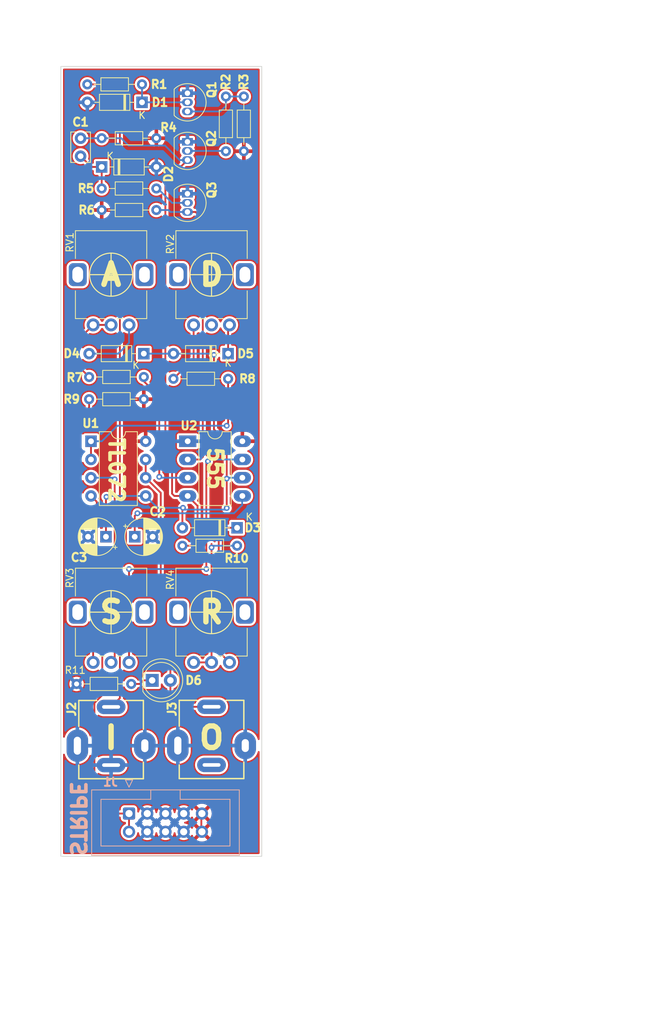
<source format=kicad_pcb>
(kicad_pcb (version 20211014) (generator pcbnew)
  (layers (0 "F.Cu" signal) (31 "B.Cu" signal) (34 "B.Paste" user) (35 "F.Paste" user) (36 "B.SilkS" user "B.Silkscreen") (37 "F.SilkS" user "F.Silkscreen") (38 "B.Mask" user) (39 "F.Mask" user) (44 "Edge.Cuts" user))
  (net 0 "")
  (net 1 "Net-(C1-Pad2)")
  (net 2 "GND")
  (net 3 "Net-(D3-Pad1)")
  (net 4 "Net-(D4-Pad2)")
  (net 5 "Net-(D5-Pad1)")
  (net 6 "-12V")
  (net 7 "+12V")
  (net 9 "Net-(Q1-Pad3)")
  (net 10 "Net-(Q2-Pad2)")
  (net 11 "Net-(Q3-Pad2)")
  (net 12 "Net-(R9-Pad1)")
  (net 13 "Net-(D6-Pad1)")
  (net 14 "/RES")
  (net 15 "/CV")
  (net 16 "/THR")
  (net 17 "/BUFA")
  (net 18 "/IN")
  (net 19 "/OUT")
  (net 20 "/TR")
  (net 21 "/QO")
  (net 22 "/LOOP1")
  (net 23 "/DIS")
  (net 24 "/SUSPOT")
  (net 25 "/REL")
  (net 26 "/ATT")
  (net 27 "/DEC")
  (footprint "Diode_THT:D_DO-35_SOD27_P7.62mm_Horizontal" (layer "F.Cu") (at 23.31 40 180)
    (fp_text reference "D5" (at -2.44 0) (layer "F.SilkS") (effects (font (size 1.143 1.143) (thickness 0.381))))
    (fp_text value "1N4148")
    (fp_text user "K" (at 0 -1.3) (layer "F.SilkS"))
    (pad "1" thru_hole rect (at 0 0 180) (size 1.6 1.6) (drill 0.8) (layers *.Cu *.Mask) (net 5 "Net-(D5-Pad1)"))
    (pad "2" thru_hole oval (at 7.62 0 180) (size 1.6 1.6) (drill 0.8) (layers *.Cu *.Mask) (net 16 "/THR"))
  )
  (footprint "LandBoards_Conns:RV09ACF" (layer "F.Cu") (at 7 76 90)
    (fp_text reference "RV3" (at 4.75 -5.75 90) (layer "F.SilkS"))
    (fp_text value "10K")
    (pad "" np_thru_hole roundrect (at 0 -4.65 90) (size 3.2 2.5) (drill oval 2.2 1.5) (layers F&B.Cu *.Mask))
    (pad "" np_thru_hole roundrect (at 0 4.65 90) (size 3.2 2.5) (drill oval 2.2 1.5) (layers F&B.Cu *.Mask) (roundrect_rratio 0.2314814815))
    (pad "1" thru_hole circle (at -7 2.5 90) (size 1.8 1.8) (drill 1) (layers *.Cu *.Mask) (net 23 "/DIS"))
    (pad "2" thru_hole circle (at -7 0 90) (size 1.8 1.8) (drill 1) (layers *.Cu *.Mask) (net 24 "/SUSPOT"))
    (pad "3" thru_hole circle (at -7 -2.5 90) (size 1.8 1.8) (drill 1) (layers *.Cu *.Mask) (net 12 "Net-(R9-Pad1)"))
  )
  (footprint "Resistor_THT:R_Axial_DIN0204_L3.6mm_D1.6mm_P7.62mm_Horizontal" (layer "F.Cu") (at 25.5 4.19 -90)
    (fp_text reference "R3" (at -2.032 0 90) (layer "F.SilkS") (effects (font (size 1.143 1.143) (thickness 0.28575))))
    (fp_text value "4.7K")
    (pad "1" thru_hole circle (at 0 0 270) (size 1.4 1.4) (drill 0.7) (layers *.Cu *.Mask) (net 9 "Net-(Q1-Pad3)"))
    (pad "2" thru_hole oval (at 7.62 0 270) (size 1.4 1.4) (drill 0.7) (layers *.Cu *.Mask) (net 7 "+12V"))
  )
  (footprint "Diode_THT:D_DO-35_SOD27_P7.62mm_Horizontal" (layer "F.Cu") (at 11.56 40 180)
    (fp_text reference "D4" (at 10.06 0.0168) (layer "F.SilkS") (effects (font (size 1.143 1.143) (thickness 0.381))))
    (fp_text value "1N4148")
    (fp_text user "K" (at 1.09 -1.6088) (layer "F.SilkS"))
    (pad "1" thru_hole rect (at 0 0 180) (size 1.6 1.6) (drill 0.8) (layers *.Cu *.Mask) (net 16 "/THR"))
    (pad "2" thru_hole oval (at 7.62 0 180) (size 1.6 1.6) (drill 0.8) (layers *.Cu *.Mask) (net 4 "Net-(D4-Pad2)"))
  )
  (footprint "Package_TO_SOT_THT:TO-92_Inline" (layer "F.Cu") (at 17.64 10.5 -90)
    (fp_text reference "Q2" (at -0.4572 -3.3324 90) (layer "F.SilkS") (effects (font (size 1.143 1.143) (thickness 0.381))))
    (fp_text value "2N3904")
    (pad "1" thru_hole rect (at 0 0 270) (size 1.05 1.5) (drill 0.75) (layers *.Cu *.Mask) (net 2 "GND"))
    (pad "2" thru_hole oval (at 1.27 0 270) (size 1.05 1.5) (drill 0.75) (layers *.Cu *.Mask) (net 10 "Net-(Q2-Pad2)"))
    (pad "3" thru_hole oval (at 2.54 0 270) (size 1.05 1.5) (drill 0.75) (layers *.Cu *.Mask) (net 14 "/RES"))
  )
  (footprint "Capacitor_THT:C_Rect_L4.0mm_W2.5mm_P2.50mm" (layer "F.Cu") (at 2.75 10 -90)
    (fp_text reference "C1" (at -2.25 0 180) (layer "F.SilkS") (effects (font (size 1.143 1.143) (thickness 0.381))))
    (fp_text value "0.1uF")
    (pad "1" thru_hole circle (at 0 0 270) (size 1.6 1.6) (drill 0.8) (layers *.Cu *.Mask) (net 14 "/RES"))
    (pad "2" thru_hole circle (at 2.5 0 270) (size 1.6 1.6) (drill 0.8) (layers *.Cu *.Mask) (net 1 "Net-(C1-Pad2)"))
  )
  (footprint "Resistor_THT:R_Axial_DIN0204_L3.6mm_D1.6mm_P7.62mm_Horizontal" (layer "F.Cu") (at 13.31 20 180)
    (fp_text reference "R6" (at 9.7132 -0.0036) (layer "F.SilkS") (effects (font (size 1.143 1.143) (thickness 0.381))))
    (fp_text value "4.7K")
    (pad "1" thru_hole circle (at 0 0 180) (size 1.4 1.4) (drill 0.7) (layers *.Cu *.Mask) (net 20 "/TR"))
    (pad "2" thru_hole oval (at 7.62 0 180) (size 1.4 1.4) (drill 0.7) (layers *.Cu *.Mask) (net 7 "+12V"))
  )
  (footprint "Resistor_THT:R_Axial_DIN0204_L3.6mm_D1.6mm_P7.62mm_Horizontal" (layer "F.Cu") (at 23.31 43.5 180)
    (fp_text reference "R8" (at -2.69 0) (layer "F.SilkS") (effects (font (size 1.143 1.143) (thickness 0.28575))))
    (fp_text value "100")
    (pad "1" thru_hole circle (at 0 0 180) (size 1.4 1.4) (drill 0.7) (layers *.Cu *.Mask) (net 22 "/LOOP1"))
    (pad "2" thru_hole oval (at 7.62 0 180) (size 1.4 1.4) (drill 0.7) (layers *.Cu *.Mask) (net 27 "/DEC"))
  )
  (footprint "LandBoards_Conns:RV09ACF" (layer "F.Cu") (at 21 29 90)
    (fp_text reference "RV2" (at 4.25 -5.75 90) (layer "F.SilkS"))
    (fp_text value "1M")
    (pad "" np_thru_hole roundrect (at 0 -4.65 90) (size 3.2 2.5) (drill oval 2.2 1.5) (layers F&B.Cu *.Mask))
    (pad "" np_thru_hole roundrect (at 0 4.65 90) (size 3.2 2.5) (drill oval 2.2 1.5) (layers F&B.Cu *.Mask) (roundrect_rratio 0.2314814815))
    (pad "1" thru_hole circle (at -7 2.5 90) (size 1.8 1.8) (drill 1) (layers *.Cu *.Mask) (net 5 "Net-(D5-Pad1)"))
    (pad "2" thru_hole circle (at -7 0 90) (size 1.8 1.8) (drill 1) (layers *.Cu *.Mask) (net 27 "/DEC"))
    (pad "3" thru_hole circle (at -7 -2.5 90) (size 1.8 1.8) (drill 1) (layers *.Cu *.Mask) (net 27 "/DEC"))
  )
  (footprint "Capacitor_THT:CP_Radial_D5.0mm_P2.50mm" (layer "F.Cu") (at 10.294888 65.5)
    (fp_text reference "C2" (at 3.205112 -3.5) (layer "F.SilkS") (effects (font (size 1.143 1.143) (thickness 0.381))))
    (fp_text value "10uF")
    (pad "1" thru_hole rect (at 0 0) (size 1.6 1.6) (drill 0.8) (layers *.Cu *.Mask) (net 15 "/CV"))
    (pad "2" thru_hole circle (at 2.5 0) (size 1.6 1.6) (drill 0.8) (layers *.Cu *.Mask) (net 2 "GND"))
  )
  (footprint "Resistor_THT:R_Axial_DIN0204_L3.6mm_D1.6mm_P7.62mm_Horizontal" (layer "F.Cu") (at 16.94 66.75)
    (fp_text reference "R10" (at 7.56 1.75) (layer "F.SilkS") (effects (font (size 1.143 1.143) (thickness 0.28575))))
    (fp_text value "100")
    (pad "1" thru_hole circle (at 0 0) (size 1.4 1.4) (drill 0.7) (layers *.Cu *.Mask) (net 14 "/RES"))
    (pad "2" thru_hole oval (at 7.62 0) (size 1.4 1.4) (drill 0.7) (layers *.Cu *.Mask) (net 25 "/REL"))
  )
  (footprint "LED_THT:LED_D5.0mm" (layer "F.Cu") (at 12.725 85.5)
    (fp_text reference "D6" (at 5.775 0) (layer "F.SilkS") (effects (font (size 1.143 1.143) (thickness 0.381))))
    (fp_text value "LED")
    (pad "1" thru_hole rect (at 0 0) (size 1.8 1.8) (drill 0.9) (layers *.Cu *.Mask) (net 13 "Net-(D6-Pad1)"))
    (pad "2" thru_hole circle (at 2.54 0) (size 1.8 1.8) (drill 0.9) (layers *.Cu *.Mask) (net 19 "/OUT"))
  )
  (footprint "LandBoards_Conns:RV09ACF" (layer "F.Cu") (at 7 29 90)
    (fp_text reference "RV1" (at 4.5 -5.75 90) (layer "F.SilkS"))
    (fp_text value "1M")
    (pad "" np_thru_hole roundrect (at 0 4.65 90) (size 3.2 2.5) (drill oval 2.2 1.5) (layers F&B.Cu *.Mask) (roundrect_rratio 0.2314814815))
    (pad "" np_thru_hole roundrect (at 0 -4.65 90) (size 3.2 2.5) (drill oval 2.2 1.5) (layers F&B.Cu *.Mask))
    (pad "1" thru_hole circle (at -7 2.5 90) (size 1.8 1.8) (drill 1) (layers *.Cu *.Mask) (net 4 "Net-(D4-Pad2)"))
    (pad "2" thru_hole circle (at -7 0 90) (size 1.8 1.8) (drill 1) (layers *.Cu *.Mask) (net 26 "/ATT"))
    (pad "3" thru_hole circle (at -7 -2.5 90) (size 1.8 1.8) (drill 1) (layers *.Cu *.Mask) (net 26 "/ATT"))
  )
  (footprint "Diode_THT:D_DO-35_SOD27_P7.62mm_Horizontal" (layer "F.Cu") (at 24.56 64.25 180)
    (fp_text reference "D3" (at -2.19 0) (layer "F.SilkS") (effects (font (size 1.143 1.143) (thickness 0.381))))
    (fp_text value "1N4148")
    (fp_text user "K" (at -1.69 1.5) (layer "F.SilkS"))
    (pad "1" thru_hole rect (at 0 0 180) (size 1.6 1.6) (drill 0.8) (layers *.Cu *.Mask) (net 3 "Net-(D3-Pad1)"))
    (pad "2" thru_hole oval (at 7.62 0 180) (size 1.6 1.6) (drill 0.8) (layers *.Cu *.Mask) (net 16 "/THR"))
  )
  (footprint "AudioJacks:Jack_3.5mm_QingPu_WQP-PJ301BM_Vertical" (layer "F.Cu") (at 21 93.98)
    (fp_text reference "J3" (at -5.5 -4.48 90) (layer "F.SilkS") (effects (font (size 1.143 1.143) (thickness 0.381))))
    (fp_text value "PJ-301BM")
    (pad "S" thru_hole oval locked (at 4.7 0.6 90) (size 3.8 3) (drill oval 1.8 1) (layers *.Cu *.Mask) (net 2 "GND"))
    (pad "S" thru_hole oval locked (at -4.7 0.6 90) (size 4.5 3) (drill oval 2.5 1) (layers *.Cu *.Mask) (net 2 "GND"))
    (pad "T" thru_hole oval locked (at 0 -4.8) (size 4 2) (drill oval 2.5 0.5) (layers *.Cu *.Mask) (net 19 "/OUT"))
    (pad "TN" thru_hole oval locked (at 0 3.3) (size 4 2) (drill oval 2.5 0.5) (layers *.Cu *.Mask))
  )
  (footprint "Resistor_THT:R_Axial_DIN0204_L3.6mm_D1.6mm_P7.62mm_Horizontal" (layer "F.Cu") (at 3.69 2.5)
    (fp_text reference "R1" (at 10 0) (layer "F.SilkS") (effects (font (size 1.143 1.143) (thickness 0.381))))
    (fp_text value "10K")
    (pad "1" thru_hole circle (at 0 0) (size 1.4 1.4) (drill 0.7) (layers *.Cu *.Mask) (net 18 "/IN"))
    (pad "2" thru_hole oval (at 7.62 0) (size 1.4 1.4) (drill 0.7) (layers *.Cu *.Mask) (net 17 "/BUFA"))
  )
  (footprint "Package_TO_SOT_THT:TO-92_Inline" (layer "F.Cu") (at 17.64 3.73 -90)
    (fp_text reference "Q1" (at -0.4924 -3.3832 90) (layer "F.SilkS") (effects (font (size 1.143 1.143) (thickness 0.381))))
    (fp_text value "2N3904")
    (pad "1" thru_hole rect (at 0 0 270) (size 1.05 1.5) (drill 0.75) (layers *.Cu *.Mask) (net 2 "GND"))
    (pad "2" thru_hole oval (at 1.27 0 270) (size 1.05 1.5) (drill 0.75) (layers *.Cu *.Mask) (net 17 "/BUFA"))
    (pad "3" thru_hole oval (at 2.54 0 270) (size 1.05 1.5) (drill 0.75) (layers *.Cu *.Mask) (net 9 "Net-(Q1-Pad3)"))
  )
  (footprint "Package_DIP:DIP-8_W7.62mm_LongPads" (layer "F.Cu") (at 17.675 52.2)
    (fp_text reference "U2" (at 0.183 -2.1656) (layer "F.SilkS") (effects (font (size 1.143 1.143) (thickness 0.28575))))
    (fp_text value "LM555N")
    (pad "1" thru_hole rect (at 0 0) (size 2.4 1.6) (drill 0.8) (layers *.Cu *.Mask) (net 2 "GND"))
    (pad "2" thru_hole oval (at 0 2.54) (size 2.4 1.6) (drill 0.8) (layers *.Cu *.Mask) (net 20 "/TR"))
    (pad "3" thru_hole oval (at 0 5.08) (size 2.4 1.6) (drill 0.8) (layers *.Cu *.Mask) (net 21 "/QO"))
    (pad "4" thru_hole oval (at 0 7.62) (size 2.4 1.6) (drill 0.8) (layers *.Cu *.Mask) (net 14 "/RES"))
    (pad "5" thru_hole oval (at 7.62 7.62) (size 2.4 1.6) (drill 0.8) (layers *.Cu *.Mask) (net 15 "/CV"))
    (pad "6" thru_hole oval (at 7.62 5.08) (size 2.4 1.6) (drill 0.8) (layers *.Cu *.Mask) (net 16 "/THR"))
    (pad "7" thru_hole oval (at 7.62 2.54) (size 2.4 1.6) (drill 0.8) (layers *.Cu *.Mask) (net 23 "/DIS"))
    (pad "8" thru_hole oval (at 7.62 0) (size 2.4 1.6) (drill 0.8) (layers *.Cu *.Mask) (net 7 "+12V"))
  )
  (footprint "Diode_THT:D_DO-35_SOD27_P7.62mm_Horizontal" (layer "F.Cu") (at 5.69 14)
    (fp_text reference "D2" (at 9.31 1 90) (layer "F.SilkS") (effects (font (size 1.143 1.143) (thickness 0.381))))
    (fp_text value "1N4148")
    (fp_text user "K" (at 1.168 -1.506) (layer "F.SilkS"))
    (pad "1" thru_hole rect (at 0 0) (size 1.6 1.6) (drill 0.8) (layers *.Cu *.Mask) (net 1 "Net-(C1-Pad2)"))
    (pad "2" thru_hole oval (at 7.62 0) (size 1.6 1.6) (drill 0.8) (layers *.Cu *.Mask) (net 2 "GND"))
  )
  (footprint "Capacitor_THT:CP_Radial_D5.0mm_P2.50mm" (layer "F.Cu") (at 6.285113 65.5 180)
    (fp_text reference "C3" (at 3.749512 -2.88) (layer "F.SilkS") (effects (font (size 1.143 1.143) (thickness 0.381))))
    (fp_text value "1uF")
    (pad "1" thru_hole rect (at 0 0 180) (size 1.6 1.6) (drill 0.8) (layers *.Cu *.Mask) (net 16 "/THR"))
    (pad "2" thru_hole circle (at 2.5 0 180) (size 1.6 1.6) (drill 0.8) (layers *.Cu *.Mask) (net 2 "GND"))
  )
  (footprint "Resistor_THT:R_Axial_DIN0204_L3.6mm_D1.6mm_P7.62mm_Horizontal" (layer "F.Cu") (at 23 4.19 -90)
    (fp_text reference "R2" (at -2.032 0 90) (layer "F.SilkS") (effects (font (size 1.143 1.143) (thickness 0.28575))))
    (fp_text value "22K")
    (pad "1" thru_hole circle (at 0 0 270) (size 1.4 1.4) (drill 0.7) (layers *.Cu *.Mask) (net 9 "Net-(Q1-Pad3)"))
    (pad "2" thru_hole oval (at 7.62 0 270) (size 1.4 1.4) (drill 0.7) (layers *.Cu *.Mask) (net 10 "Net-(Q2-Pad2)"))
  )
  (footprint "AudioJacks:Jack_3.5mm_QingPu_WQP-PJ301BM_Vertical" (layer "F.Cu") (at 7 94)
    (fp_text reference "J2" (at -5.500001 -4.500001 90) (layer "F.SilkS") (effects (font (size 1.143 1.143) (thickness 0.381))))
    (fp_text value "PJ-301BM")
    (pad "S" thru_hole oval locked (at 4.7 0.6 90) (size 3.8 3) (drill oval 1.8 1) (layers *.Cu *.Mask) (net 2 "GND"))
    (pad "S" thru_hole oval locked (at -4.7 0.6 90) (size 4.5 3) (drill oval 2.5 1) (layers *.Cu *.Mask) (net 2 "GND"))
    (pad "T" thru_hole oval locked (at 0 -4.8) (size 4 2) (drill oval 2.5 0.5) (layers *.Cu *.Mask) (net 18 "/IN"))
    (pad "TN" thru_hole oval locked (at 0 3.3) (size 4 2) (drill oval 2.5 0.5) (layers *.Cu *.Mask) (net 2 "GND"))
  )
  (footprint "Resistor_THT:R_Axial_DIN0204_L3.6mm_D1.6mm_P7.62mm_Horizontal" (layer "F.Cu") (at 3.94 46.344)
    (fp_text reference "R9" (at -2.44 0) (layer "F.SilkS") (effects (font (size 1.143 1.143) (thickness 0.381))))
    (fp_text value "4.7K")
    (pad "1" thru_hole circle (at 0 0) (size 1.4 1.4) (drill 0.7) (layers *.Cu *.Mask) (net 12 "Net-(R9-Pad1)"))
    (pad "2" thru_hole oval (at 7.62 0) (size 1.4 1.4) (drill 0.7) (layers *.Cu *.Mask) (net 7 "+12V"))
  )
  (footprint "Resistor_THT:R_Axial_DIN0204_L3.6mm_D1.6mm_P7.62mm_Horizontal" (layer "F.Cu") (at 2.19 86)
    (fp_text reference "R11" (at -0.19 -1.92) (layer "F.SilkS"))
    (fp_text value "10K")
    (pad "1" thru_hole circle (at 0 0) (size 1.4 1.4) (drill 0.7) (layers *.Cu *.Mask) (net 2 "GND"))
    (pad "2" thru_hole oval (at 7.62 0) (size 1.4 1.4) (drill 0.7) (layers *.Cu *.Mask) (net 13 "Net-(D6-Pad1)"))
  )
  (footprint "Diode_THT:D_DO-35_SOD27_P7.62mm_Horizontal" (layer "F.Cu") (at 11.31 5 180)
    (fp_text reference "D1" (at -2.5 0) (layer "F.SilkS") (effects (font (size 1.143 1.143) (thickness 0.381))))
    (fp_text value "BAT41")
    (fp_text user "K" (at 0 -1.8) (layer "F.SilkS"))
    (pad "1" thru_hole rect (at 0 0 180) (size 1.6 1.6) (drill 0.8) (layers *.Cu *.Mask) (net 17 "/BUFA"))
    (pad "2" thru_hole oval (at 7.62 0 180) (size 1.6 1.6) (drill 0.8) (layers *.Cu *.Mask) (net 2 "GND"))
  )
  (footprint "Package_DIP:DIP-8_W7.62mm" (layer "F.Cu") (at 4.2 52.2)
    (fp_text reference "U1" (at -0.0296 -2.4924) (layer "F.SilkS") (effects (font (size 1.143 1.143) (thickness 0.28575))))
    (fp_text value "TL072")
    (pad "1" thru_hole rect (at 0 0) (size 1.6 1.6) (drill 0.8) (layers *.Cu *.Mask) (net 22 "/LOOP1"))
    (pad "2" thru_hole oval (at 0 2.54) (size 1.6 1.6) (drill 0.8) (layers *.Cu *.Mask) (net 22 "/LOOP1"))
    (pad "3" thru_hole oval (at 0 5.08) (size 1.6 1.6) (drill 0.8) (layers *.Cu *.Mask) (net 24 "/SUSPOT"))
    (pad "4" thru_hole oval (at 0 7.62) (size 1.6 1.6) (drill 0.8) (layers *.Cu *.Mask) (net 6 "-12V"))
    (pad "5" thru_hole oval (at 7.62 7.62) (size 1.6 1.6) (drill 0.8) (layers *.Cu *.Mask) (net 16 "/THR"))
    (pad "6" thru_hole oval (at 7.62 5.08) (size 1.6 1.6) (drill 0.8) (layers *.Cu *.Mask) (net 19 "/OUT"))
    (pad "7" thru_hole oval (at 7.62 2.54) (size 1.6 1.6) (drill 0.8) (layers *.Cu *.Mask) (net 19 "/OUT"))
    (pad "8" thru_hole oval (at 7.62 0) (size 1.6 1.6) (drill 0.8) (layers *.Cu *.Mask) (net 7 "+12V"))
  )
  (footprint "Resistor_THT:R_Axial_DIN0204_L3.6mm_D1.6mm_P7.62mm_Horizontal" (layer "F.Cu") (at 11.56 43.25 180)
    (fp_text reference "R7" (at 9.6244 -0.082) (layer "F.SilkS") (effects (font (size 1.143 1.143) (thickness 0.28575))))
    (fp_text value "100")
    (pad "1" thru_hole circle (at 0 0 180) (size 1.4 1.4) (drill 0.7) (layers *.Cu *.Mask) (net 21 "/QO"))
    (pad "2" thru_hole oval (at 7.62 0 180) (size 1.4 1.4) (drill 0.7) (layers *.Cu *.Mask) (net 26 "/ATT"))
  )
  (footprint "Package_TO_SOT_THT:TO-92_Inline" (layer "F.Cu") (at 17.64 17.73 -90)
    (fp_text reference "Q3" (at -0.5116 -3.3832 90) (layer "F.SilkS") (effects (font (size 1.143 1.143) (thickness 0.381))))
    (fp_text value "2N3904")
    (pad "1" thru_hole rect (at 0 0 270) (size 1.05 1.5) (drill 0.75) (layers *.Cu *.Mask) (net 2 "GND"))
    (pad "2" thru_hole oval (at 1.27 0 270) (size 1.05 1.5) (drill 0.75) (layers *.Cu *.Mask) (net 11 "Net-(Q3-Pad2)"))
    (pad "3" thru_hole oval (at 2.54 0 270) (size 1.05 1.5) (drill 0.75) (layers *.Cu *.Mask) (net 20 "/TR"))
  )
  (footprint "LandBoards_Conns:RV09ACF" (layer "F.Cu") (at 21 76 90)
    (fp_text reference "RV4" (at 4.5 -5.75 90) (layer "F.SilkS"))
    (fp_text value "1M")
    (pad "" np_thru_hole roundrect (at 0 4.65 90) (size 3.2 2.5) (drill oval 2.2 1.5) (layers F&B.Cu *.Mask) (roundrect_rratio 0.2314814815))
    (pad "" np_thru_hole roundrect (at 0 -4.65 90) (size 3.2 2.5) (drill oval 2.2 1.5) (layers F&B.Cu *.Mask))
    (pad "1" thru_hole circle (at -7 2.5 90) (size 1.8 1.8) (drill 1) (layers *.Cu *.Mask) (net 3 "Net-(D3-Pad1)"))
    (pad "2" thru_hole circle (at -7 0 90) (size 1.8 1.8) (drill 1) (layers *.Cu *.Mask) (net 25 "/REL"))
    (pad "3" thru_hole circle (at -7 -2.5 90) (size 1.8 1.8) (drill 1) (layers *.Cu *.Mask) (net 25 "/REL"))
  )
  (footprint "Resistor_THT:R_Axial_DIN0204_L3.6mm_D1.6mm_P7.62mm_Horizontal" (layer "F.Cu") (at 5.69 10)
    (fp_text reference "R4" (at 9.31 -1.5) (layer "F.SilkS") (effects (font (size 1.143 1.143) (thickness 0.381))))
    (fp_text value "4.7K")
    (pad "1" thru_hole circle (at 0 0) (size 1.4 1.4) (drill 0.7) (layers *.Cu *.Mask) (net 14 "/RES"))
    (pad "2" thru_hole oval (at 7.62 0) (size 1.4 1.4) (drill 0.7) (layers *.Cu *.Mask) (net 7 "+12V"))
  )
  (footprint "Resistor_THT:R_Axial_DIN0204_L3.6mm_D1.6mm_P7.62mm_Horizontal" (layer "F.Cu") (at 5.69 17)
    (fp_text reference "R5" (at -2.19 0) (layer "F.SilkS") (effects (font (size 1.143 1.143) (thickness 0.381))))
    (fp_text value "10K")
    (pad "1" thru_hole circle (at 0 0) (size 1.4 1.4) (drill 0.7) (layers *.Cu *.Mask) (net 1 "Net-(C1-Pad2)"))
    (pad "2" thru_hole oval (at 7.62 0) (size 1.4 1.4) (drill 0.7) (layers *.Cu *.Mask) (net 11 "Net-(Q3-Pad2)"))
  )
  (footprint "Connector_IDC:IDC-Header_2x05_P2.54mm_Vertical" (layer "B.Cu") (at 9.4996 104.0479 -90)
    (fp_text reference "J1" (at -4.3783 2.5908) (layer "B.SilkS") (effects (font (size 1.143 1.143) (thickness 0.381)) (justify mirror)))
    (fp_text value "Conn_02x05")
    (pad "1" thru_hole roundrect (at 0 0 270) (size 1.7 1.7) (drill 1) (layers *.Cu *.Mask) (roundrect_rratio 0.1470588235) (net 6 "-12V"))
    (pad "2" thru_hole circle (at 2.54 0 270) (size 1.7 1.7) (drill 1) (layers *.Cu *.Mask) (net 6 "-12V"))
    (pad "3" thru_hole circle (at 0 -2.54 270) (size 1.7 1.7) (drill 1) (layers *.Cu *.Mask) (net 2 "GND"))
    (pad "4" thru_hole circle (at 2.54 -2.54 270) (size 1.7 1.7) (drill 1) (layers *.Cu *.Mask) (net 2 "GND"))
    (pad "5" thru_hole circle (at 0 -5.08 270) (size 1.7 1.7) (drill 1) (layers *.Cu *.Mask) (net 2 "GND"))
    (pad "6" thru_hole circle (at 2.54 -5.08 270) (size 1.7 1.7) (drill 1) (layers *.Cu *.Mask) (net 2 "GND"))
    (pad "7" thru_hole circle (at 0 -7.62 270) (size 1.7 1.7) (drill 1) (layers *.Cu *.Mask) (net 2 "GND"))
    (pad "8" thru_hole circle (at 2.54 -7.62 270) (size 1.7 1.7) (drill 1) (layers *.Cu *.Mask) (net 2 "GND"))
    (pad "9" thru_hole circle (at 0 -10.16 270) (size 1.7 1.7) (drill 1) (layers *.Cu *.Mask) (net 7 "+12V"))
    (pad "10" thru_hole circle (at 2.54 -10.16 270) (size 1.7 1.7) (drill 1) (layers *.Cu *.Mask) (net 7 "+12V"))
  )
  (gr_rect (start 0 0) (end 28 110) (layer "Edge.Cuts") (width 0.1) (fill none))
  (gr_text "STRIPE" (at 2.3876 104.7496 270) (layer "B.SilkS") (effects (font (size 2 2) (thickness 0.5)) (justify mirror)))
  (gr_text "I" (at 7 93.5) (layer "F.SilkS") (effects (font (size 3 3) (thickness 0.75))))
  (gr_text "A" (at 7 29) (layer "F.SilkS") (effects (font (size 3 3) (thickness 0.75))))
  (gr_text "S" (at 7 76) (layer "F.SilkS") (effects (font (size 3 3) (thickness 0.75))))
  (gr_text "O" (at 21 93.5) (layer "F.SilkS") (effects (font (size 3 3) (thickness 0.75))))
  (gr_text "R" (at 21 76) (layer "F.SilkS") (effects (font (size 3 3) (thickness 0.75))))
  (gr_text "555" (at 21.5 56 270) (layer "F.SilkS") (effects (font (size 2 2) (thickness 0.5))))
  (gr_text "D" (at 21 29) (layer "F.SilkS") (effects (font (size 3 3) (thickness 0.75))))
  (gr_text "TL072" (at 7.75 56.25 270) (layer "F.SilkS") (effects (font (size 2 2) (thickness 0.5))))
  (segment (start 5.69 14) (end 4.25 14) (width 0.25) (layer "F.Cu") (net 1))
  (segment (start 5.69 17) (end 5.69 14) (width 0.25) (layer "F.Cu") (net 1))
  (segment (start 4.25 14) (end 2.75 12.5) (width 0.25) (layer "F.Cu") (net 1))
  (segment (start 22 81.5) (end 22 65) (width 0.25) (layer "F.Cu") (net 3))
  (segment (start 23.5 83) (end 22 81.5) (width 0.25) (layer "F.Cu") (net 3))
  (segment (start 22.75 64.25) (end 24.56 64.25) (width 0.25) (layer "F.Cu") (net 3))
  (segment (start 22 65) (end 22.75 64.25) (width 0.25) (layer "F.Cu") (net 3))
  (segment (start 8 40) (end 9.5 38.5) (width 0.25) (layer "B.Cu") (net 4))
  (segment (start 9.5 38.5) (end 9.5 36) (width 0.25) (layer "B.Cu") (net 4))
  (segment (start 3.94 40) (end 8 40) (width 0.25) (layer "B.Cu") (net 4))
  (segment (start 23.31 40) (end 23.31 36.19) (width 0.25) (layer "F.Cu") (net 5))
  (segment (start 5 70) (end 5 60.62) (width 0.25) (layer "F.Cu") (net 6))
  (segment (start 4.67548 102.67548) (end 4.67548 88.651366) (width 0.25) (layer "F.Cu") (net 6))
  (segment (start 5.775489 87.551357) (end 5.775489 70.775489) (width 0.25) (layer "F.Cu") (net 6))
  (segment (start 6.0479 104.0479) (end 4.67548 102.67548) (width 0.25) (layer "F.Cu") (net 6))
  (segment (start 9.4996 104.0479) (end 6.0479 104.0479) (width 0.25) (layer "F.Cu") (net 6))
  (segment (start 4.67548 88.651366) (end 5.775489 87.551357) (width 0.25) (layer "F.Cu") (net 6))
  (segment (start 5.775489 70.775489) (end 5 70) (width 0.25) (layer "F.Cu") (net 6))
  (segment (start 5 60.62) (end 4.2 59.82) (width 0.25) (layer "F.Cu") (net 6))
  (segment (start 9.4996 104.0479) (end 9.4996 106.5879) (width 0.25) (layer "F.Cu") (net 6))
  (segment (start 19.58 103.7475) (end 19.58 106.2875) (width 0.25) (layer "F.Cu") (net 7))
  (segment (start 23 4.19) (end 25.5 4.19) (width 0.25) (layer "B.Cu") (net 9))
  (segment (start 17.64 6.27) (end 22.23 6.27) (width 0.25) (layer "B.Cu") (net 9))
  (segment (start 23 5.5) (end 23 4.19) (width 0.25) (layer "B.Cu") (net 9))
  (segment (start 22.23 6.27) (end 23 5.5) (width 0.25) (layer "B.Cu") (net 9))
  (segment (start 17.64 11.77) (end 22.96 11.77) (width 0.25) (layer "B.Cu") (net 10))
  (segment (start 13.31 16.81) (end 15.5 19) (width 0.25) (layer "B.Cu") (net 11))
  (segment (start 15.5 19) (end 17.64 19) (width 0.25) (layer "B.Cu") (net 11))
  (segment (start 3.94 47.5) (end 3.94 46.344) (width 0.25) (layer "F.Cu") (net 12))
  (segment (start 2.5 48.94) (end 2.5 70.318) (width 0.25) (layer "F.Cu") (net 12))
  (segment (start 3.94 47.5) (end 2.5 48.94) (width 0.25) (layer "F.Cu") (net 12))
  (segment (start 2.5 70.318) (end 4.5 72.318) (width 0.25) (layer "F.Cu") (net 12))
  (segment (start 4.5 72.318) (end 4.5 83) (width 0.25) (layer "F.Cu") (net 12))
  (segment (start 11 86) (end 11.5 85.5) (width 0.25) (layer "F.Cu") (net 13))
  (segment (start 12.725 85.5) (end 11.5 85.5) (width 0.25) (layer "F.Cu") (net 13))
  (segment (start 9.81 86) (end 11 86) (width 0.25) (layer "F.Cu") (net 13))
  (segment (start 19.05 65.786) (end 19.05 61.195) (width 0.25) (layer "F.Cu") (net 14))
  (segment (start 14.565489 16.114511) (end 14.565489 55.065489) (width 0.25) (layer "F.Cu") (net 14))
  (segment (start 15.5 56) (end 15.5 59.5) (width 0.25) (layer "F.Cu") (net 14))
  (segment (start 15.82 59.82) (end 17.675 59.82) (width 0.25) (layer "F.Cu") (net 14))
  (segment (start 14.565489 55.065489) (end 15.5 56) (width 0.25) (layer "F.Cu") (net 14))
  (segment (start 16.94 66.75) (end 18.086 66.75) (width 0.25) (layer "F.Cu") (net 14))
  (segment (start 15.5 59.5) (end 15.82 59.82) (width 0.25) (layer "F.Cu") (net 14))
  (segment (start 18.086 66.75) (end 19.05 65.786) (width 0.25) (layer "F.Cu") (net 14))
  (segment (start 17.64 13.04) (end 14.565489 16.114511) (width 0.25) (layer "F.Cu") (net 14))
  (segment (start 19.05 61.195) (end 17.675 59.82) (width 0.25) (layer "F.Cu") (net 14))
  (segment (start 17.64 13.04) (end 16.54 13.04) (width 0.25) (layer "B.Cu") (net 14))
  (segment (start 5.69 10) (end 8.42 10) (width 0.25) (layer "B.Cu") (net 14))
  (segment (start 9.444511 11.024511) (end 8.42 10) (width 0.25) (layer "B.Cu") (net 14))
  (segment (start 14.524511 11.024511) (end 9.444511 11.024511) (width 0.25) (layer "B.Cu") (net 14))
  (segment (start 16.54 13.04) (end 14.524511 11.024511) (width 0.25) (layer "B.Cu") (net 14))
  (segment (start 2.75 10) (end 5.69 10) (width 0.25) (layer "B.Cu") (net 14))
  (segment (start 10.294888 62.603112) (end 10.294888 65.5) (width 0.25) (layer "F.Cu") (net 15))
  (segment (start 10.668 62.23) (end 10.294888 62.603112) (width 0.25) (layer "F.Cu") (net 15))
  (via (at 10.668 62.23) (size 0.8) (drill 0.4) (layers "F.Cu" "B.Cu") (net 15))
  (segment (start 25.27 61.084) (end 25.27 61.09) (width 0.25) (layer "B.Cu") (net 15))
  (segment (start 25.27 59.82) (end 25.27 61.084) (width 0.25) (layer "B.Cu") (net 15))
  (segment (start 25.27 61.09) (end 24.13 62.23) (width 0.25) (layer "B.Cu") (net 15))
  (segment (start 24.13 62.23) (end 10.668 62.23) (width 0.25) (layer "B.Cu") (net 15))
  (segment (start 23.114 52.324) (end 21.336 50.546) (width 0.25) (layer "F.Cu") (net 16))
  (segment (start 6.285113 60.008887) (end 6.285113 65.5) (width 0.25) (layer "F.Cu") (net 16))
  (segment (start 23.114 57.404) (end 23.114 52.324) (width 0.25) (layer "F.Cu") (net 16))
  (segment (start 23.114 57.404) (end 23.114 61.5055) (width 0.25) (layer "F.Cu") (net 16))
  (segment (start 16.94 61.546) (end 16.94 64.25) (width 0.25) (layer "F.Cu") (net 16))
  (segment (start 6.35 59.944) (end 6.285113 60.008887) (width 0.25) (layer "F.Cu") (net 16))
  (segment (start 17.018 61.468) (end 16.94 61.546) (width 0.25) (layer "F.Cu") (net 16))
  (segment (start 21.336 50.546) (end 21.336 40.168) (width 0.25) (layer "F.Cu") (net 16))
  (via (at 6.35 59.944) (size 0.8) (drill 0.4) (layers "F.Cu" "B.Cu") (net 16))
  (via (at 21.336 40.168) (size 0.8) (drill 0.4) (layers "F.Cu" "B.Cu") (net 16))
  (via (at 23.114 61.5055) (size 0.8) (drill 0.4) (layers "F.Cu" "B.Cu") (net 16))
  (via (at 23.114 57.404) (size 0.8) (drill 0.4) (layers "F.Cu" "B.Cu") (net 16))
  (via (at 17.018 61.468) (size 0.8) (drill 0.4) (layers "F.Cu" "B.Cu") (net 16))
  (segment (start 6.474 59.82) (end 6.35 59.944) (width 0.25) (layer "B.Cu") (net 16))
  (segment (start 17.018 61.468) (end 17.272 61.722) (width 0.25) (layer "B.Cu") (net 16))
  (segment (start 17.018 61.468) (end 13.462 61.468) (width 0.25) (layer "B.Cu") (net 16))
  (segment (start 13.462 61.462) (end 11.82 59.82) (width 0.25) (layer "B.Cu") (net 16))
  (segment (start 23.238 57.28) (end 23.114 57.404) (width 0.25) (layer "B.Cu") (net 16))
  (segment (start 21.168 40) (end 15.69 40) (width 0.25) (layer "B.Cu") (net 16))
  (segment (start 22.8975 61.722) (end 23.114 61.5055) (width 0.25) (layer "B.Cu") (net 16))
  (segment (start 13.462 61.468) (end 13.462 61.462) (width 0.25) (layer "B.Cu") (net 16))
  (segment (start 11.56 40) (end 15.69 40) (width 0.25) (layer "B.Cu") (net 16))
  (segment (start 21.336 40.168) (end 21.168 40) (width 0.25) (layer "B.Cu") (net 16))
  (segment (start 6.474 59.82) (end 11.82 59.82) (width 0.25) (layer "B.Cu") (net 16))
  (segment (start 23.238 57.28) (end 25.295 57.28) (width 0.25) (layer "B.Cu") (net 16))
  (segment (start 17.272 61.722) (end 22.8975 61.722) (width 0.25) (layer "B.Cu") (net 16))
  (segment (start 17.64 5) (end 11.31 5) (width 0.25) (layer "B.Cu") (net 17))
  (segment (start 11.31 2.5) (end 11.31 5) (width 0.25) (layer "B.Cu") (net 17))
  (segment (start 8.224511 87.975489) (end 8.224511 5.224511) (width 0.25) (layer "F.Cu") (net 18))
  (segment (start 8.224511 5.224511) (end 5.5 2.5) (width 0.25) (layer "F.Cu") (net 18))
  (segment (start 5.5 2.5) (end 3.69 2.5) (width 0.25) (layer "F.Cu") (net 18))
  (segment (start 7 89.2) (end 8.224511 87.975489) (width 0.25) (layer "F.Cu") (net 18))
  (segment (start 15.265 85.5) (end 15.265 79.765) (width 0.25) (layer "F.Cu") (net 19))
  (segment (start 13.919399 59.379399) (end 13.919399 78.419399) (width 0.25) (layer "F.Cu") (net 19))
  (segment (start 13.919399 78.419399) (end 15.265 79.765) (width 0.25) (layer "F.Cu") (net 19))
  (segment (start 21 89.18) (end 16.68 89.18) (width 0.25) (layer "F.Cu") (net 19))
  (segment (start 11.82 54.74) (end 11.82 57.28) (width 0.25) (layer "F.Cu") (net 19))
  (segment (start 16.68 89.18) (end 15.265 87.765) (width 0.25) (layer "F.Cu") (net 19))
  (segment (start 13.919399 59.379399) (end 11.82 57.28) (width 0.25) (layer "F.Cu") (net 19))
  (segment (start 15.265 87.765) (end 15.265 85.5) (width 0.25) (layer "F.Cu") (net 19))
  (segment (start 19.812 54.356) (end 19.775489 54.319489) (width 0.25) (layer "F.Cu") (net 20))
  (segment (start 18.77 20.27) (end 17.64 20.27) (width 0.25) (layer "F.Cu") (net 20))
  (segment (start 19.775489 54.319489) (end 19.775489 21.275489) (width 0.25) (layer "F.Cu") (net 20))
  (segment (start 19.428 54.74) (end 19.812 54.356) (width 0.25) (layer "F.Cu") (net 20))
  (segment (start 17.675 54.74) (end 19.428 54.74) (width 0.25) (layer "F.Cu") (net 20))
  (segment (start 19.775489 21.275489) (end 18.77 20.27) (width 0.25) (layer "F.Cu") (net 20))
  (segment (start 17.64 20.27) (end 15.27 20.27) (width 0.25) (layer "B.Cu") (net 20))
  (segment (start 15 20) (end 15.27 20.27) (width 0.25) (layer "B.Cu") (net 20))
  (segment (start 13.31 20) (end 15 20) (width 0.25) (layer "B.Cu") (net 20))
  (segment (start 13.716 46) (end 13.716 57.15) (width 0.25) (layer "F.Cu") (net 21))
  (segment (start 11.56 43.844) (end 13.716 46) (width 0.25) (layer "F.Cu") (net 21))
  (via (at 13.716 57.15) (size 0.8) (drill 0.4) (layers "F.Cu" "B.Cu") (net 21))
  (segment (start 17.675 57.28) (end 13.846 57.28) (width 0.25) (layer "B.Cu") (net 21))
  (segment (start 13.846 57.28) (end 13.716 57.15) (width 0.25) (layer "B.Cu") (net 21))
  (segment (start 23.114 50.038) (end 23.31 49.842) (width 0.25) (layer "F.Cu") (net 22))
  (segment (start 4.2 52.2) (end 4.2 54.74) (width 0.25) (layer "F.Cu") (net 22))
  (segment (start 23.31 49.842) (end 23.31 43.5) (width 0.25) (layer "F.Cu") (net 22))
  (via (at 23.114 50.038) (size 0.8) (drill 0.4) (layers "F.Cu" "B.Cu") (net 22))
  (segment (start 4.2 52.2) (end 5.712 52.2) (width 0.25) (layer "B.Cu") (net 22))
  (segment (start 7.874 50.038) (end 23.114 50.038) (width 0.25) (layer "B.Cu") (net 22))
  (segment (start 5.712 52.2) (end 7.874 50.038) (width 0.25) (layer "B.Cu") (net 22))
  (segment (start 20.2755 55.2245) (end 20.5 55) (width 0.25) (layer "F.Cu") (net 23))
  (segment (start 9.5 83) (end 9.5 70) (width 0.25) (layer "F.Cu") (net 23))
  (segment (start 20.2755 70) (end 20.2755 55.2245) (width 0.25) (layer "F.Cu") (net 23))
  (via (at 20.2755 70) (size 0.8) (drill 0.4) (layers "F.Cu" "B.Cu") (net 23))
  (via (at 9.5 70) (size 0.8) (drill 0.4) (layers "F.Cu" "B.Cu") (net 23))
  (via (at 20.5 55) (size 0.8) (drill 0.4) (layers "F.Cu" "B.Cu") (net 23))
  (segment (start 20.5 55) (end 20.76 54.74) (width 0.25) (layer "B.Cu") (net 23))
  (segment (start 9.5 70) (end 20.2755 70) (width 0.25) (layer "B.Cu") (net 23))
  (segment (start 20.76 54.74) (end 25.295 54.74) (width 0.25) (layer "B.Cu") (net 23))
  (segment (start 7.5 57.5) (end 7.5 82.5) (width 0.25) (layer "F.Cu") (net 24))
  (via (at 7.5 57.5) (size 0.8) (drill 0.4) (layers "F.Cu" "B.Cu") (net 24))
  (segment (start 7.28 57.28) (end 7.5 57.5) (width 0.25) (layer "B.Cu") (net 24))
  (segment (start 4.2 57.28) (end 7.28 57.28) (width 0.25) (layer "B.Cu") (net 24))
  (segment (start 21 83) (end 21 66.5) (width 0.25) (layer "F.Cu") (net 25))
  (segment (start 18.5 83) (end 21 83) (width 0.25) (layer "F.Cu") (net 25))
  (via (at 21 67) (size 0.8) (drill 0.4) (layers "F.Cu" "B.Cu") (net 25))
  (segment (start 21.25 66.75) (end 24.56 66.75) (width 0.25) (layer "B.Cu") (net 25))
  (segment (start 21 67) (end 21.25 66.75) (width 0.25) (layer "B.Cu") (net 25))
  (segment (start 2.5 42) (end 2.5 38) (width 0.25) (layer "F.Cu") (net 26))
  (segment (start 4.5 36) (end 7 36) (width 0.25) (layer "F.Cu") (net 26))
  (segment (start 3.94 43.25) (end 2.69 42) (width 0.25) (layer "F.Cu") (net 26))
  (segment (start 2.69 42) (end 2.5 42) (width 0.25) (layer "F.Cu") (net 26))
  (segment (start 2.5 38) (end 4.5 36) (width 0.25) (layer "F.Cu") (net 26))
  (segment (start 18.5 40.69) (end 15.69 43.5) (width 0.25) (layer "F.Cu") (net 27))
  (segment (start 18.5 36) (end 18.5 40.69) (width 0.25) (layer "F.Cu") (net 27))
  (zone (net 7) (net_name "+12V") (layer "F.Cu") (connect_pads (clearance 0.3048)) (min_thickness 0.254) (fill yes (thermal_gap 0.508) (thermal_bridge_width 0.508))
    (polygon (pts (xy 27.9908 110) (xy 0 110) (xy 0 0) (xy 27.9908 -0.0508)))
  )
  (zone (net 2) (net_name "GND") (layer "B.Cu") (connect_pads (clearance 0.508)) (min_thickness 0.254) (fill yes (thermal_gap 0.508) (thermal_bridge_width 0.508))
    (polygon (pts (xy 28 110) (xy 0 110) (xy 0 0) (xy 28 0)))
  )
)
</source>
